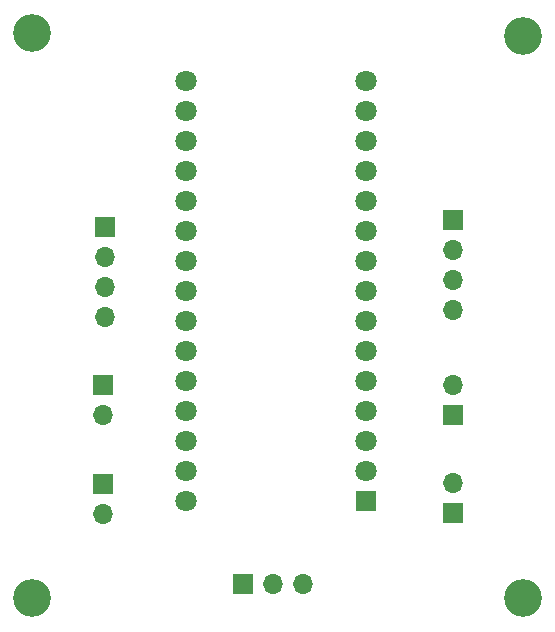
<source format=gbr>
%TF.GenerationSoftware,KiCad,Pcbnew,(6.0.4)*%
%TF.CreationDate,2022-09-15T01:44:32-04:00*%
%TF.ProjectId,NANO_HAT,4e414e4f-5f48-4415-942e-6b696361645f,rev?*%
%TF.SameCoordinates,Original*%
%TF.FileFunction,Soldermask,Top*%
%TF.FilePolarity,Negative*%
%FSLAX46Y46*%
G04 Gerber Fmt 4.6, Leading zero omitted, Abs format (unit mm)*
G04 Created by KiCad (PCBNEW (6.0.4)) date 2022-09-15 01:44:32*
%MOMM*%
%LPD*%
G01*
G04 APERTURE LIST*
%ADD10R,1.700000X1.700000*%
%ADD11O,1.700000X1.700000*%
%ADD12C,3.200000*%
%ADD13R,1.800000X1.800000*%
%ADD14C,1.800000*%
G04 APERTURE END LIST*
D10*
%TO.C,J5*%
X147600000Y-93725000D03*
D11*
X147600000Y-96265000D03*
%TD*%
D12*
%TO.C,H1*%
X183200000Y-64200000D03*
%TD*%
D10*
%TO.C,J7*%
X177200000Y-79800000D03*
D11*
X177200000Y-82340000D03*
X177200000Y-84880000D03*
X177200000Y-87420000D03*
%TD*%
D10*
%TO.C,J2*%
X147600000Y-102125000D03*
D11*
X147600000Y-104665000D03*
%TD*%
D13*
%TO.C,TB1*%
X169840000Y-103580000D03*
D14*
X169840000Y-101040000D03*
X169840000Y-98500000D03*
X169840000Y-95960000D03*
X169840000Y-93420000D03*
X169840000Y-90880000D03*
X169840000Y-88340000D03*
X169840000Y-85800000D03*
X169840000Y-83260000D03*
X169840000Y-80720000D03*
X169840000Y-78180000D03*
X169840000Y-75640000D03*
X169840000Y-73100000D03*
X169840000Y-70560000D03*
X169840000Y-68020000D03*
X154600000Y-68020000D03*
X154600000Y-70560000D03*
X154600000Y-73100000D03*
X154600000Y-75640000D03*
X154600000Y-78180000D03*
X154600000Y-80720000D03*
X154600000Y-83260000D03*
X154600000Y-85800000D03*
X154600000Y-88340000D03*
X154600000Y-90880000D03*
X154600000Y-93420000D03*
X154600000Y-95960000D03*
X154600000Y-98500000D03*
X154600000Y-101040000D03*
X154600000Y-103580000D03*
%TD*%
D10*
%TO.C,J3*%
X177200000Y-96275000D03*
D11*
X177200000Y-93735000D03*
%TD*%
D10*
%TO.C,J4*%
X147800000Y-80400000D03*
D11*
X147800000Y-82940000D03*
X147800000Y-85480000D03*
X147800000Y-88020000D03*
%TD*%
D12*
%TO.C,H3*%
X141600000Y-111800000D03*
%TD*%
D10*
%TO.C,J6*%
X177200000Y-104600000D03*
D11*
X177200000Y-102060000D03*
%TD*%
D12*
%TO.C,H4*%
X183200000Y-111800000D03*
%TD*%
D10*
%TO.C,J1*%
X159475000Y-110600000D03*
D11*
X162015000Y-110600000D03*
X164555000Y-110600000D03*
%TD*%
D12*
%TO.C,H2*%
X141600000Y-64000000D03*
%TD*%
M02*

</source>
